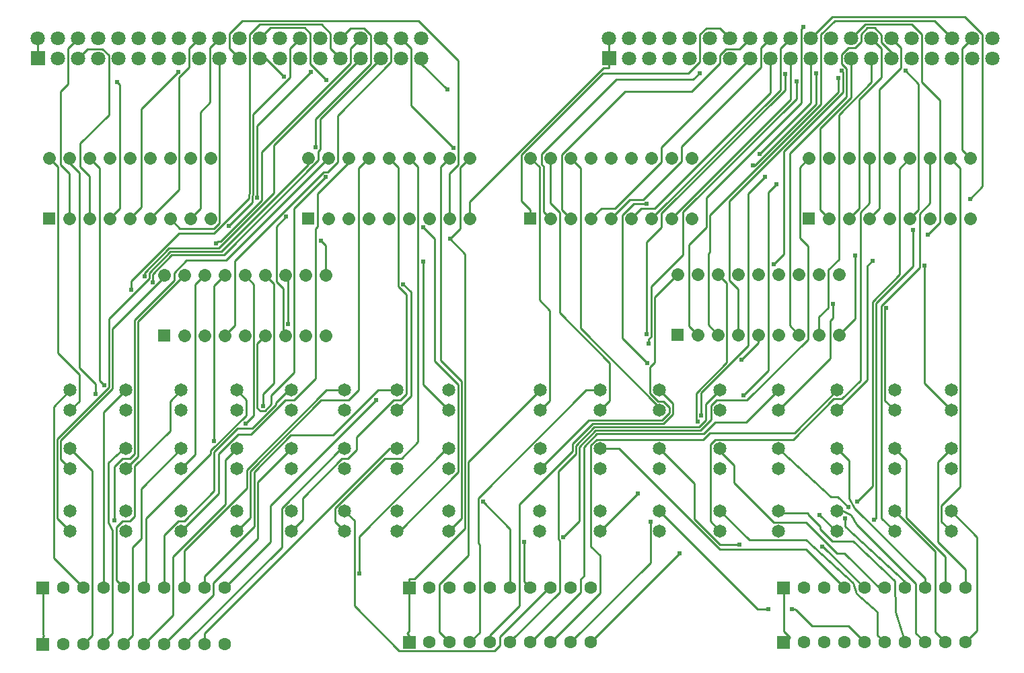
<source format=gbl>
G04 Layer: BottomLayer*
G04 EasyEDA v6.4.19.4, 2021-04-30T18:59:06+02:00*
G04 9f706370d961430f8c96474a389d8511,2e57c490b2cc43cca34809fe9e8c30bf,10*
G04 Gerber Generator version 0.2*
G04 Scale: 100 percent, Rotated: No, Reflected: No *
G04 Dimensions in millimeters *
G04 leading zeros omitted , absolute positions ,4 integer and 5 decimal *
%FSLAX45Y45*%
%MOMM*%

%ADD11C,0.2600*%
%ADD12C,0.6100*%
%ADD13C,0.6096*%
%ADD14R,1.6000X1.6000*%
%ADD16C,1.8000*%
%ADD17C,1.6510*%
%ADD18C,1.6000*%

%LPD*%
D11*
X5664200Y9245600D02*
G01*
X5791200Y9118600D01*
X5791200Y8393937D01*
X6323584Y7861554D01*
X10553700Y1696720D02*
G01*
X10477500Y1772920D01*
X10477500Y2324100D01*
X7289800Y7081520D02*
G01*
X7180579Y7190739D01*
X7180579Y7779512D01*
X8205215Y8804402D01*
X9280143Y8804402D01*
X9423400Y8947658D01*
X9423400Y9291320D01*
X9503918Y9371837D01*
X9678161Y9371837D01*
X9804400Y9245600D01*
X8280400Y8872474D02*
G01*
X8213343Y8872474D01*
X6527800Y7186929D01*
X6527800Y6972300D01*
X12255500Y2324100D02*
G01*
X12255500Y2443734D01*
X11370056Y3329178D01*
X11303000Y3454400D01*
X11303000Y3924300D01*
X11150600Y4076700D01*
X10414000Y3289300D02*
G01*
X10439400Y3263900D01*
X10782300Y3263900D01*
X10782300Y3251200D01*
X10934700Y3098800D01*
X10934700Y3060700D01*
X11087100Y2908300D01*
X11353800Y2908300D01*
X11874500Y2413000D01*
X11887200Y2019300D01*
X12001500Y1638300D01*
X12255500Y1638300D02*
G01*
X12141200Y1752600D01*
X12141200Y2374900D01*
X11391900Y3124200D01*
X11328400Y3238500D01*
X11226800Y3289300D01*
X11150600Y3289300D01*
X12001500Y2324100D02*
G01*
X12001500Y2400300D01*
X11252200Y3098800D01*
X11252200Y3200400D01*
X10445750Y4044950D02*
G01*
X11068050Y3473450D01*
X11156950Y3473450D01*
X11290300Y3340100D01*
X11290300Y3327400D01*
X9664700Y4051300D02*
G01*
X9849104Y3866895D01*
X9849104Y3649726D01*
X10349229Y3149600D01*
X10756900Y3149600D01*
X11150600Y2755900D01*
X11239500Y2755900D01*
X11709400Y2298700D01*
X11734800Y2298700D01*
X11493500Y2324100D02*
G01*
X10972800Y2844800D01*
X10960100Y2844800D01*
X6781800Y1638300D02*
G01*
X6781800Y1727200D01*
X7152893Y2098294D01*
X7152893Y3377692D01*
X7819390Y4044187D01*
X7819390Y4134104D01*
X8076184Y4390644D01*
X8965691Y4390644D01*
X9083293Y4508245D01*
X9083293Y4645405D01*
X8915400Y4813300D01*
X9918700Y2870200D02*
G01*
X9675873Y2870200D01*
X9352023Y3194050D01*
X9352023Y3640076D01*
X8915400Y4076700D01*
X8166100Y4076700D02*
G01*
X8406129Y4076700D01*
X9676129Y2806700D01*
X10756900Y2806700D01*
X11239500Y2324100D01*
X9677400Y3289300D02*
G01*
X10043159Y2923539D01*
X10754359Y2923539D01*
X11353800Y2387600D01*
X11391900Y2247900D01*
X11658600Y2019300D01*
X11658600Y1727200D01*
X11747500Y1638300D01*
X7543800Y2324100D02*
G01*
X7522972Y2324100D01*
X6908800Y1709928D01*
X6908800Y1600200D01*
X6837679Y1529079D01*
X5638800Y1529079D01*
X5073141Y2094737D01*
X5073141Y3169157D01*
X4953000Y3289300D01*
X1906015Y1620520D02*
G01*
X2033015Y1747520D01*
X2032000Y3048000D01*
X1981200Y3149600D01*
X1981200Y3898900D01*
X2185415Y4084320D01*
X1663700Y1612900D02*
G01*
X1778000Y1727200D01*
X1778000Y3797300D01*
X1498600Y4076700D01*
X11493500Y1638300D02*
G01*
X11288527Y1843280D01*
X10831327Y1843280D01*
X10627619Y2046988D01*
X10617205Y2057400D01*
X10579100Y2057400D01*
X10287000Y2057400D02*
G01*
X10147300Y2057400D01*
X8915400Y3289300D01*
X12509500Y1638300D02*
G01*
X12382500Y1765300D01*
X12382500Y2781300D01*
X11874500Y3289300D01*
X12763500Y1638300D02*
G01*
X12912341Y1787141D01*
X12912341Y2962653D01*
X12585700Y3289300D01*
X12509500Y2324100D02*
G01*
X12509500Y2714246D01*
X12016742Y3207004D01*
X12016742Y3934457D01*
X11874500Y4076700D01*
X12763500Y2324100D02*
G01*
X12763500Y2558542D01*
X12419073Y2902965D01*
X12419073Y3910073D01*
X12585700Y4076700D01*
X7416800Y4813300D02*
G01*
X6511800Y3908300D01*
X6511800Y2733799D01*
X6146800Y2368804D01*
X6146800Y1765300D01*
X6273800Y1638300D01*
X6527800Y1638300D02*
G01*
X6651749Y1762249D01*
X6651749Y2865630D01*
X6632450Y2884680D01*
X6632450Y3454145D01*
X7991858Y4813300D01*
X8166100Y4813300D01*
X9677400Y4813300D02*
G01*
X9499848Y4635754D01*
X9499848Y4437887D01*
X9410451Y4348479D01*
X8093707Y4348479D01*
X7861808Y4116580D01*
X7861808Y4010911D01*
X7642100Y3790950D01*
X7642100Y2936496D01*
X7656327Y2922015D01*
X7656327Y2268476D01*
X7035800Y1647949D01*
X7035800Y1638300D01*
X7289800Y1638300D02*
G01*
X7298184Y1638300D01*
X7924800Y2264915D01*
X7924800Y2433320D01*
X7961373Y2469895D01*
X7961373Y4096257D01*
X8128756Y4263900D01*
X9475215Y4263900D01*
X9617969Y4406645D01*
X10007351Y4406645D01*
X10414000Y4813300D01*
X7543800Y1638300D02*
G01*
X7548879Y1638300D01*
X8165084Y2254504D01*
X8165084Y2730245D01*
X8052048Y2843529D01*
X8052048Y4121150D01*
X8122158Y4191507D01*
X9467093Y4191507D01*
X9551664Y4276092D01*
X10613392Y4276092D01*
X11150600Y4813300D01*
X8802364Y3155950D02*
G01*
X8802364Y2642864D01*
X7797800Y1638300D01*
X9169400Y2755900D02*
G01*
X8051800Y1638300D01*
X7035800Y2324100D02*
G01*
X7035800Y3062478D01*
X6692391Y3405886D01*
X7289800Y2324100D02*
G01*
X7212584Y2401315D01*
X7212584Y2903220D01*
X2895600Y4076700D02*
G01*
X2393441Y3574542D01*
X2393441Y2941320D01*
X2286000Y2833880D01*
X2286000Y1727200D01*
X2171700Y1612900D01*
X2425700Y1612900D02*
G01*
X2794000Y1981200D01*
X2794000Y2718815D01*
X3451857Y3376929D01*
X3451857Y3934457D01*
X3594100Y4076700D01*
X4279900Y4076700D02*
G01*
X3855714Y3652520D01*
X3855714Y2941830D01*
X3302000Y2388107D01*
X3302000Y2235200D01*
X2679700Y1612900D01*
X2933700Y1612900D02*
G01*
X4158741Y2837942D01*
X4158741Y3326384D01*
X4909306Y4076700D01*
X4953000Y4076700D01*
X3187700Y1612900D02*
G01*
X3187700Y1749808D01*
X5514591Y4076700D01*
X5613400Y4076700D01*
X5132831Y2501137D02*
G01*
X5132831Y2973323D01*
X6236208Y4076700D01*
X6261100Y4076700D01*
X5348734Y4689350D02*
G01*
X4022341Y3363211D01*
X4022341Y2904741D01*
X3441700Y2324100D01*
X5613400Y4813300D02*
G01*
X5375658Y4813300D01*
X4808476Y4246115D01*
X4276849Y4246115D01*
X3813299Y3782565D01*
X3813299Y3096511D01*
X3187700Y2470912D01*
X3187700Y2324100D01*
X2933700Y2324100D02*
G01*
X2933700Y2790192D01*
X3721608Y3578100D01*
X3721608Y3810254D01*
X4724400Y4813300D01*
X4953000Y4813300D01*
X4279900Y4813300D02*
G01*
X4251708Y4813300D01*
X4088643Y4650488D01*
X4088643Y4631184D01*
X3786634Y4329173D01*
X3607308Y4329173D01*
X3311908Y4033776D01*
X3311908Y3542284D01*
X2931665Y3162300D01*
X2859534Y3162300D01*
X2679700Y2982465D01*
X2679700Y2324100D01*
X2425700Y2324100D02*
G01*
X2455415Y2353815D01*
X2455415Y3199384D01*
X3269493Y4013454D01*
X3269493Y4051300D01*
X3716014Y4497834D01*
X3716014Y4691379D01*
X3594100Y4813300D01*
X2171700Y2324100D02*
G01*
X2079500Y2416299D01*
X2079500Y3089150D01*
X2152401Y3162300D01*
X2246373Y3162300D01*
X2308857Y3224784D01*
X2308857Y3857749D01*
X2753357Y4302249D01*
X2753357Y4671057D01*
X2895600Y4813300D01*
X1917700Y2324100D02*
G01*
X1917700Y4533900D01*
X2197100Y4813300D01*
X1663700Y2324100D02*
G01*
X1289557Y2698242D01*
X1289557Y4604257D01*
X1498600Y4813300D01*
X5918200Y8991600D02*
G01*
X5918200Y8923781D01*
X6242304Y8599678D01*
X4902200Y8991600D02*
G01*
X4775200Y9118600D01*
X4775200Y9304020D01*
X4660900Y9418320D01*
X3880611Y9418320D01*
X3759200Y9296908D01*
X3759200Y7289800D01*
X3748531Y7279131D01*
X3748531Y7224776D01*
X3311906Y6788150D01*
X2869945Y6788150D01*
X2266188Y6184392D01*
X2266188Y6078981D01*
X5156200Y8991600D02*
G01*
X4063745Y7899145D01*
X4063745Y7297420D01*
X3366261Y6599936D01*
X2741422Y6599936D01*
X2432811Y6291326D01*
X2432811Y6242304D01*
X5410200Y8991600D02*
G01*
X4644643Y8225789D01*
X4644643Y7845044D01*
X4622800Y7823454D01*
X4622800Y7706868D01*
X3431286Y6515354D01*
X2776474Y6515354D01*
X2534920Y6273545D01*
X2534920Y6174994D01*
X2533395Y6173470D01*
X3441700Y5499100D02*
G01*
X3568700Y5626100D01*
X3568700Y6443218D01*
X4686554Y7561071D01*
X4738877Y7561071D01*
X4863591Y7686039D01*
X4863591Y8271763D01*
X5537200Y8945371D01*
X5537200Y9118600D01*
X5410200Y9245600D01*
X3332988Y6662420D02*
G01*
X3354577Y6684263D01*
X3354577Y6684263D01*
X3388868Y6684263D01*
X3910329Y7205726D01*
X3910329Y7815579D01*
X5029200Y8934450D01*
X5029200Y9118600D01*
X5156200Y9245600D01*
X4902200Y9245600D02*
G01*
X5029200Y9372600D01*
X5198618Y9372600D01*
X5283200Y9288018D01*
X5283200Y8924544D01*
X4584700Y8226044D01*
X4584700Y7869936D01*
X4711191Y7501381D02*
G01*
X4314952Y7104887D01*
X4314952Y5031486D01*
X4031488Y4748276D01*
X4031488Y4633976D01*
X3948429Y4550918D01*
X3888740Y4550918D01*
X3852418Y4586986D01*
X3852418Y5401818D01*
X3949700Y5499100D01*
X3850640Y7236968D02*
G01*
X3850640Y8146287D01*
X4527804Y8823452D01*
X4203700Y5499100D02*
G01*
X4179061Y5523737D01*
X4179061Y6095492D01*
X4092702Y6182105D01*
X4092702Y6877050D01*
X4216654Y7001002D01*
X3496056Y6882892D02*
G01*
X3790950Y7177531D01*
X3790950Y7261605D01*
X3801618Y7272273D01*
X3801618Y8282686D01*
X4267200Y8748521D01*
X4267200Y9118600D01*
X4394200Y9245600D01*
X2679700Y6261100D02*
G01*
X2679700Y6235192D01*
X2028443Y5583936D01*
X2028443Y4831842D01*
X1374139Y4177792D01*
X1374139Y3947160D01*
X1498600Y3822700D01*
X2933700Y6261100D02*
G01*
X2351277Y5678678D01*
X2351277Y3976878D01*
X2197100Y3822700D01*
X4238752Y5641847D02*
G01*
X4238752Y6226047D01*
X4203700Y6261100D01*
X3926331Y4613402D02*
G01*
X3926331Y4765802D01*
X4060952Y4900421D01*
X4060952Y6149847D01*
X3949700Y6261100D01*
X3695700Y6261100D02*
G01*
X3808475Y6148323D01*
X3808475Y4492497D01*
X3709415Y4393184D01*
X3308858Y4175252D02*
G01*
X3308858Y6128257D01*
X3441700Y6261100D01*
X3187700Y6261100D02*
G01*
X3072638Y6146037D01*
X3072638Y3999737D01*
X2895600Y3822700D01*
X11328400Y9245600D02*
G01*
X11504929Y9421876D01*
X12087097Y9421876D01*
X12217400Y9291574D01*
X12217400Y8689086D01*
X12442697Y8463787D01*
X12442697Y6922008D01*
X12292329Y6771639D01*
X11328400Y8991600D02*
G01*
X11328400Y8499094D01*
X10939525Y8110220D01*
X10939525Y7081773D01*
X11049000Y6972300D01*
X11582400Y9245600D02*
G01*
X11709400Y9118600D01*
X11709400Y8756395D01*
X11430000Y8476995D01*
X11430000Y7099300D01*
X11303000Y6972300D01*
X11557000Y6972300D02*
G01*
X11684000Y7099300D01*
X11684000Y8599678D01*
X11956034Y8871712D01*
X11956034Y9125965D01*
X11836400Y9245600D01*
X10085577Y7645654D02*
G01*
X10116058Y7645654D01*
X10885170Y8414765D01*
X10885170Y8799068D01*
X12065000Y6972300D02*
G01*
X12174981Y7082281D01*
X12174981Y8671560D01*
X12007595Y8838945D01*
X10820400Y8991600D02*
G01*
X10820400Y8434578D01*
X10172445Y7786623D01*
X10820400Y9245600D02*
G01*
X11088877Y9514078D01*
X12758420Y9514078D01*
X12979400Y9293097D01*
X12979400Y7377937D01*
X12820395Y7218934D01*
X10795000Y7734300D02*
G01*
X10681715Y7621015D01*
X10681715Y6729476D01*
X10781538Y6629654D01*
X10781538Y5453126D01*
X10014965Y4686300D01*
X9629140Y4686300D01*
X9562845Y4620005D01*
X9562845Y4440936D01*
X9427972Y4306062D01*
X8111236Y4306062D01*
X7903972Y4099052D01*
X7903972Y3163570D01*
X7701788Y2961386D01*
X8166100Y3035300D02*
G01*
X8643874Y3513073D01*
X9440163Y4489957D02*
G01*
X9440163Y4780026D01*
X10032745Y5372607D01*
X10032745Y7287260D01*
X10243820Y7498334D01*
X12585700Y3035300D02*
G01*
X12461240Y3159760D01*
X12461240Y3358895D01*
X12700000Y3597655D01*
X12700000Y7607300D01*
X12573000Y7734300D01*
X12319000Y7734300D02*
G01*
X12319000Y7166355D01*
X12188952Y7036562D01*
X12188952Y6353555D01*
X11707875Y5872226D01*
X11707875Y3201923D01*
X11874500Y3035300D01*
X11150600Y3035300D02*
G01*
X11140693Y3035300D01*
X10930890Y3244850D01*
X11397995Y3411981D02*
G01*
X11593068Y3607054D01*
X11593068Y5927597D01*
X11933936Y6268465D01*
X11933936Y7603236D01*
X12065000Y7734300D01*
X12103608Y6834378D02*
G01*
X12103608Y6374637D01*
X11635486Y5906515D01*
X11635486Y3202178D01*
X11610593Y3177286D01*
X11557000Y7734300D02*
G01*
X11557000Y7166355D01*
X11440922Y7050278D01*
X11440922Y4936489D01*
X11205718Y4701286D01*
X11104625Y4701286D01*
X10594847Y4191507D01*
X9616693Y4191507D01*
X9552177Y4126737D01*
X9552177Y3160521D01*
X9677400Y3035300D01*
X10387329Y7404608D02*
G01*
X10287000Y7304278D01*
X10287000Y5061712D01*
X9974325Y4749037D01*
X10494772Y8794495D02*
G01*
X10494772Y8593328D01*
X8940800Y7039610D01*
X8940800Y6863079D01*
X8753602Y6675881D01*
X8753602Y5514847D01*
X9398000Y5511800D02*
G01*
X9287002Y5622797D01*
X9287002Y6648195D01*
X9505188Y6866636D01*
X9505188Y7238745D01*
X10701020Y8434324D01*
X10701020Y9364726D01*
X10722102Y9386062D01*
X12598400Y9245600D02*
G01*
X12379706Y9464294D01*
X11121390Y9464294D01*
X10947400Y9290304D01*
X10947400Y8417305D01*
X9547606Y7017512D01*
X9547606Y6554470D01*
X9526524Y6533387D01*
X9526524Y5637276D01*
X9652000Y5511800D01*
X11165331Y8747760D02*
G01*
X11165331Y8566150D01*
X9795002Y7195820D01*
X9795002Y6194805D01*
X9906000Y6083554D01*
X9906000Y5511800D01*
X10160000Y5511800D02*
G01*
X10160000Y5411215D01*
X9942068Y5193029D01*
X8776461Y5402579D02*
G01*
X8776461Y5453379D01*
X8776461Y5453379D01*
X8813291Y5490210D01*
X8813291Y6118605D01*
X9210802Y6516115D01*
X9210802Y7055612D01*
X10640059Y8484615D01*
X10640059Y8701786D01*
X10351261Y6395465D02*
G01*
X10479024Y6523228D01*
X10479024Y7820152D01*
X11225022Y8566150D01*
X11225022Y8822689D01*
X11206988Y8840724D01*
X11836400Y8991600D02*
G01*
X11836400Y9064244D01*
X11709400Y9191244D01*
X11709400Y9287255D01*
X11621770Y9374886D01*
X11532361Y9374886D01*
X11455400Y9297924D01*
X11455400Y9202674D01*
X11379200Y9126220D01*
X11293093Y9126220D01*
X11209274Y9042400D01*
X11209274Y8923274D01*
X11267440Y8865108D01*
X11267440Y8506713D01*
X10555731Y7795005D01*
X10555731Y5624068D01*
X10668000Y5511800D01*
X10922000Y5511800D02*
G01*
X10922000Y5734304D01*
X11039347Y5851652D01*
X11039347Y6327139D01*
X11172697Y6460489D01*
X11172697Y8279384D01*
X11582400Y8689086D01*
X11582400Y8991600D01*
X9144000Y6273800D02*
G01*
X8855709Y5985510D01*
X8855709Y5163565D01*
X8794495Y5102352D01*
X8794495Y4775962D01*
X8899397Y4671313D01*
X8964929Y4671313D01*
X9040875Y4595368D01*
X9040875Y4525771D01*
X8948165Y4433062D01*
X8027161Y4433062D01*
X7416800Y3822700D01*
X9652000Y6273800D02*
G01*
X9763252Y6162547D01*
X9763252Y5162804D01*
X9376663Y4776470D01*
X9376663Y4441697D01*
X9398000Y4420615D01*
X7289800Y6972300D02*
G01*
X7289800Y7081520D01*
X9417304Y8804147D02*
G01*
X9339834Y8726678D01*
X8371331Y8726678D01*
X7430770Y7786115D01*
X7430770Y7657592D01*
X7457947Y7630413D01*
X7457947Y7058152D01*
X7543800Y6972300D01*
X10058400Y9245600D02*
G01*
X9923779Y9110726D01*
X9753600Y9110726D01*
X9677400Y9034526D01*
X9677400Y8933179D01*
X9323070Y8578850D01*
X8484870Y8578850D01*
X7683245Y7777479D01*
X7683245Y7086854D01*
X7797800Y6972300D01*
X10058400Y8991600D02*
G01*
X8940800Y7874000D01*
X8940800Y7687563D01*
X8356600Y7103110D01*
X8182863Y7103110D01*
X8051800Y6972300D01*
X10312400Y9245600D02*
G01*
X10193274Y9126220D01*
X10193274Y8878315D01*
X9194800Y7880095D01*
X9194800Y7693405D01*
X8709913Y7208520D01*
X8542020Y7208520D01*
X8305800Y6972300D01*
X10312400Y8991600D02*
G01*
X10312400Y8554465D01*
X8856979Y7099045D01*
X8686545Y7099045D01*
X8559800Y6972300D01*
X8813800Y6972300D02*
G01*
X10434827Y8593328D01*
X10434827Y9114028D01*
X10566400Y9245600D01*
X9067800Y6972300D02*
G01*
X10566400Y8470900D01*
X10566400Y8991600D01*
X7416800Y4559300D02*
G01*
X7535925Y4678426D01*
X7535925Y5818378D01*
X7401813Y5952489D01*
X7401813Y7622286D01*
X7289800Y7734300D01*
X8166100Y4559300D02*
G01*
X8284463Y4677663D01*
X8284463Y5157723D01*
X7655813Y5786120D01*
X7655813Y7054342D01*
X7543800Y7166355D01*
X7543800Y7734300D01*
X12585700Y4559300D02*
G01*
X12248895Y4896104D01*
X12248895Y6377939D01*
X11874500Y4559300D02*
G01*
X11750040Y4683760D01*
X11750040Y5825997D01*
X11768581Y5844539D01*
X11593068Y6439662D02*
G01*
X11532108Y6378447D01*
X11532108Y4940807D01*
X11150600Y4559300D01*
X10414000Y4559300D02*
G01*
X11063986Y5209286D01*
X11063986Y5688076D01*
X11099038Y5723128D01*
X11099038Y5895847D01*
X8762491Y5154929D02*
G01*
X8447024Y5470397D01*
X8447024Y7015226D01*
X8592058Y7160260D01*
X8747759Y7160260D01*
X8747759Y7160260D01*
X8915400Y4559300D02*
G01*
X8915400Y4593589D01*
X7918704Y5590286D01*
X7918704Y7613395D01*
X7797800Y7734300D01*
X3886200Y9245600D02*
G01*
X4016756Y9376155D01*
X4450588Y9376155D01*
X4521200Y9305544D01*
X4521200Y8921495D01*
X4723384Y8719312D01*
X4191000Y8759444D02*
G01*
X3959097Y8991600D01*
X3886200Y8991600D01*
X6273800Y6972300D02*
G01*
X6273800Y7540244D01*
X6385052Y7651242D01*
X6385052Y8965184D01*
X5885179Y9464802D01*
X3663441Y9464802D01*
X3505200Y9306560D01*
X3505200Y9118600D01*
X3632200Y8991600D01*
X4495800Y7734300D02*
G01*
X4495800Y7650226D01*
X3403091Y6557518D01*
X2758947Y6557518D01*
X2492502Y6291071D01*
X2492502Y6217665D01*
X1986279Y5711189D01*
X1986025Y5711189D01*
X1986025Y4849368D01*
X1331976Y4195318D01*
X1331976Y3201923D01*
X1498600Y3035300D01*
X2057400Y3175000D02*
G01*
X2057400Y3853185D01*
X2153914Y3949700D01*
X2246373Y3949700D01*
X2308857Y4012184D01*
X2308857Y5696204D01*
X2806700Y6194046D01*
X2806700Y6291834D01*
X2961380Y6446520D01*
X3462014Y6446520D01*
X4749800Y7734300D01*
X6273800Y7734300D02*
G01*
X6162802Y7623302D01*
X6162802Y5185918D01*
X6427215Y4921504D01*
X6427215Y3201415D01*
X6261100Y3035300D01*
X5613400Y3035300D02*
G01*
X5641593Y3035300D01*
X6384797Y3778757D01*
X6384797Y4882895D01*
X6086602Y5181092D01*
X6086602Y6719823D01*
X5941568Y6865112D01*
X4953000Y3035300D02*
G01*
X4833111Y3155187D01*
X4833111Y3328415D01*
X5460491Y3955542D01*
X5669788Y3955542D01*
X5877052Y4162805D01*
X5877052Y7623047D01*
X5765800Y7734300D01*
X4279900Y3035300D02*
G01*
X4422140Y3177539D01*
X4422140Y3455162D01*
X4915661Y3948684D01*
X4990338Y3948684D01*
X5102352Y4060697D01*
X5102352Y4221987D01*
X5566663Y4686300D01*
X5655563Y4686300D01*
X5733288Y4763770D01*
X5733288Y6019800D01*
X5630925Y6122162D01*
X5630925Y7615173D01*
X5511800Y7734300D01*
X3594100Y3035300D02*
G01*
X3763772Y3204971D01*
X3763772Y3792728D01*
X4657343Y4686300D01*
X4999736Y4686300D01*
X5130800Y4817618D01*
X5130800Y7607300D01*
X5257800Y7734300D01*
X5003800Y7734300D02*
G01*
X5003800Y7674355D01*
X4614418Y7284973D01*
X4614418Y6873494D01*
X4589272Y6848347D01*
X4589272Y4962144D01*
X4313427Y4686300D01*
X4203445Y4686300D01*
X4203445Y4686300D01*
X3769868Y4252468D01*
X3608324Y4252468D01*
X3369056Y4013200D01*
X3369056Y3508755D01*
X2895600Y3035300D01*
X1485900Y6972300D02*
G01*
X1485900Y7540244D01*
X1373886Y7652258D01*
X1373886Y8570976D01*
X1473200Y8670544D01*
X1473200Y9118600D01*
X1600200Y9245600D01*
X1600200Y8991600D02*
G01*
X1719579Y9110726D01*
X1905000Y9110726D01*
X1987295Y9028429D01*
X1987295Y8280908D01*
X1625345Y7918958D01*
X1625345Y7624826D01*
X1739900Y7510271D01*
X1739900Y6972300D01*
X2084577Y8693404D02*
G01*
X2120900Y8657081D01*
X2120900Y7099300D01*
X1993900Y6972300D01*
X2859531Y8822436D02*
G01*
X2392679Y8355837D01*
X2392679Y7117079D01*
X2247900Y6972300D01*
X3124200Y9245600D02*
G01*
X2997200Y9118600D01*
X2997200Y8875776D01*
X2869691Y8748268D01*
X2869691Y7340092D01*
X2501900Y6972300D01*
X3378200Y8991600D02*
G01*
X3378200Y6917181D01*
X3310890Y6849871D01*
X2878327Y6849871D01*
X2755900Y6972300D01*
X3378200Y9245600D02*
G01*
X3259074Y9126220D01*
X3259074Y8437879D01*
X3136900Y8315705D01*
X3136900Y7099300D01*
X3009900Y6972300D01*
X1498600Y4559300D02*
G01*
X1612900Y4673600D01*
X1612900Y5013452D01*
X1343913Y5282437D01*
X1343913Y7622286D01*
X1231900Y7734300D01*
X1485900Y7734300D02*
G01*
X1485900Y7674355D01*
X1612900Y7547355D01*
X1612900Y5094478D01*
X1817115Y4890515D01*
X1817115Y4768595D01*
X8280400Y9245600D02*
G01*
X8280400Y8991600D01*
X8280400Y8991600D02*
G01*
X8280400Y8872474D01*
X11176000Y5511800D02*
G01*
X11376659Y5712460D01*
X11376659Y6509257D01*
X1092200Y8991600D02*
G01*
X1092200Y9245600D01*
X10477500Y1638300D02*
G01*
X10495279Y1638300D01*
X10553700Y1696720D01*
X5765800Y1638300D02*
G01*
X5765800Y1722120D01*
X5740400Y1747520D01*
X1168400Y1722120D02*
G01*
X1155700Y1734820D01*
X1155700Y2324100D01*
X1155700Y1612900D02*
G01*
X1155700Y1709420D01*
X1168400Y1722120D01*
X12852400Y9245600D02*
G01*
X12725400Y9118600D01*
X12725400Y7835900D01*
X12827000Y7734300D01*
X5740400Y1747520D02*
G01*
X5765800Y1772920D01*
X5765800Y2324100D01*
X5765800Y2324100D02*
G01*
X5765800Y2433320D01*
X4711700Y6261100D02*
G01*
X4711700Y6634987D01*
X4652263Y6694423D01*
X6527800Y7734300D02*
G01*
X6407404Y7613904D01*
X6407404Y6845808D01*
X6280404Y6718808D01*
X6280404Y6718808D02*
G01*
X6469379Y6529831D01*
X6469379Y3073654D01*
X5829045Y2433320D01*
X5765800Y2433320D01*
X5938265Y6433565D02*
G01*
X5938265Y4882134D01*
X6261100Y4559300D01*
X5690615Y6146800D02*
G01*
X5789675Y6047994D01*
X5789675Y4735576D01*
X5613400Y4559300D01*
X1739900Y7734300D02*
G01*
X1866900Y7607300D01*
X1866900Y4933695D01*
X1926336Y4874260D01*
D14*
G01*
X1231900Y6972300D03*
G01*
X4495800Y6972300D03*
G01*
X7289800Y6972300D03*
G01*
X9144000Y5511800D03*
G01*
X10795000Y6972300D03*
G01*
X2679700Y5499100D03*
G36*
X1002200Y9081599D02*
G01*
X1182199Y9081599D01*
X1182199Y8901600D01*
X1002200Y8901600D01*
G37*
D16*
G01*
X1092200Y9245600D03*
G01*
X1346200Y8991600D03*
G01*
X1346200Y9245600D03*
G01*
X1600200Y8991600D03*
G01*
X1600200Y9245600D03*
G01*
X1854200Y8991600D03*
G01*
X1854200Y9245600D03*
G01*
X2108200Y8991600D03*
G01*
X2108200Y9245600D03*
G01*
X2362200Y8991600D03*
G01*
X2362200Y9245600D03*
G01*
X2616200Y8991600D03*
G01*
X2616200Y9245600D03*
G01*
X2870200Y8991600D03*
G01*
X2870200Y9245600D03*
G01*
X3124200Y8991600D03*
G01*
X3124200Y9245600D03*
G01*
X3378200Y8991600D03*
G01*
X3378200Y9245600D03*
G01*
X3632200Y8991600D03*
G01*
X3632200Y9245600D03*
G01*
X3886200Y8991600D03*
G01*
X3886200Y9245600D03*
G01*
X4140200Y8991600D03*
G01*
X4140200Y9245600D03*
G01*
X4394200Y8991600D03*
G01*
X4394200Y9245600D03*
G01*
X4648200Y8991600D03*
G01*
X4648200Y9245600D03*
G01*
X4902200Y8991600D03*
G01*
X4902200Y9245600D03*
G01*
X5156200Y8991600D03*
G01*
X5156200Y9245600D03*
G01*
X5410200Y8991600D03*
G01*
X5410200Y9245600D03*
G01*
X5664200Y8991600D03*
G01*
X5664200Y9245600D03*
G01*
X5918200Y8991600D03*
G01*
X5918200Y9245600D03*
G36*
X8190400Y9081599D02*
G01*
X8370399Y9081599D01*
X8370399Y8901600D01*
X8190400Y8901600D01*
G37*
G01*
X8280400Y9245600D03*
G01*
X8534400Y8991600D03*
G01*
X8534400Y9245600D03*
G01*
X8788400Y8991600D03*
G01*
X8788400Y9245600D03*
G01*
X9042400Y8991600D03*
G01*
X9042400Y9245600D03*
G01*
X9296400Y8991600D03*
G01*
X9296400Y9245600D03*
G01*
X9550400Y8991600D03*
G01*
X9550400Y9245600D03*
G01*
X9804400Y8991600D03*
G01*
X9804400Y9245600D03*
G01*
X10058400Y8991600D03*
G01*
X10058400Y9245600D03*
G01*
X10312400Y8991600D03*
G01*
X10312400Y9245600D03*
G01*
X10566400Y8991600D03*
G01*
X10566400Y9245600D03*
G01*
X10820400Y8991600D03*
G01*
X10820400Y9245600D03*
G01*
X11074400Y8991600D03*
G01*
X11074400Y9245600D03*
G01*
X11328400Y8991600D03*
G01*
X11328400Y9245600D03*
G01*
X11582400Y8991600D03*
G01*
X11582400Y9245600D03*
G01*
X11836400Y8991600D03*
G01*
X11836400Y9245600D03*
G01*
X12090400Y8991600D03*
G01*
X12090400Y9245600D03*
G01*
X12344400Y8991600D03*
G01*
X12344400Y9245600D03*
G01*
X12598400Y8991600D03*
G01*
X12598400Y9245600D03*
G01*
X12852400Y8991600D03*
G01*
X12852400Y9245600D03*
G01*
X13106400Y8991600D03*
G01*
X13106400Y9245600D03*
D17*
G01*
X1498600Y4813300D03*
G01*
X1498600Y4559300D03*
G01*
X2197100Y4813300D03*
G01*
X2197100Y4559300D03*
G01*
X2895600Y4813300D03*
G01*
X2895600Y4559300D03*
G01*
X3594100Y4813300D03*
G01*
X3594100Y4559300D03*
G01*
X4279900Y4813300D03*
G01*
X4279900Y4559300D03*
G01*
X4953000Y4813300D03*
G01*
X4953000Y4559300D03*
G01*
X5613400Y4813300D03*
G01*
X5613400Y4559300D03*
G01*
X6261100Y4813300D03*
G01*
X6261100Y4559300D03*
G01*
X6261100Y4076700D03*
G01*
X6261100Y3822700D03*
G01*
X5613400Y4076700D03*
G01*
X5613400Y3822700D03*
G01*
X4953000Y4076700D03*
G01*
X4953000Y3822700D03*
G01*
X4279900Y4076700D03*
G01*
X4279900Y3822700D03*
G01*
X3594100Y4076700D03*
G01*
X3594100Y3822700D03*
G01*
X2895600Y4076700D03*
G01*
X2895600Y3822700D03*
G01*
X2197100Y4076700D03*
G01*
X2197100Y3822700D03*
G01*
X1498600Y4076700D03*
G01*
X1498600Y3822700D03*
G01*
X6261100Y3289300D03*
G01*
X6261100Y3035300D03*
G01*
X5613400Y3289300D03*
G01*
X5613400Y3035300D03*
G01*
X4953000Y3289300D03*
G01*
X4953000Y3035300D03*
G01*
X4279900Y3289300D03*
G01*
X4279900Y3035300D03*
G01*
X3594100Y3289300D03*
G01*
X3594100Y3035300D03*
G01*
X2895600Y3289300D03*
G01*
X2895600Y3035300D03*
G01*
X2197100Y3289300D03*
G01*
X2197100Y3035300D03*
G01*
X1498600Y3289300D03*
G01*
X1498600Y3035300D03*
G01*
X12585700Y4813300D03*
G01*
X12585700Y4559300D03*
G01*
X11874500Y4813300D03*
G01*
X11874500Y4559300D03*
G01*
X11150600Y4813300D03*
G01*
X11150600Y4559300D03*
G01*
X10414000Y4813300D03*
G01*
X10414000Y4559300D03*
G01*
X9677400Y4813300D03*
G01*
X9677400Y4559300D03*
G01*
X8915400Y4813300D03*
G01*
X8915400Y4559300D03*
G01*
X8166100Y4813300D03*
G01*
X8166100Y4559300D03*
G01*
X7416800Y4813300D03*
G01*
X7416800Y4559300D03*
G01*
X12585700Y4076700D03*
G01*
X12585700Y3822700D03*
G01*
X11874500Y4076700D03*
G01*
X11874500Y3822700D03*
G01*
X11150600Y4076700D03*
G01*
X11150600Y3822700D03*
G01*
X10414000Y4076700D03*
G01*
X10414000Y3822700D03*
G01*
X9677400Y4076700D03*
G01*
X9677400Y3822700D03*
G01*
X8915400Y4076700D03*
G01*
X8915400Y3822700D03*
G01*
X8166100Y4076700D03*
G01*
X8166100Y3822700D03*
G01*
X7416800Y4076700D03*
G01*
X7416800Y3822700D03*
G01*
X12585700Y3289300D03*
G01*
X12585700Y3035300D03*
G01*
X11874500Y3289300D03*
G01*
X11874500Y3035300D03*
G01*
X11150600Y3289300D03*
G01*
X11150600Y3035300D03*
G01*
X10414000Y3289300D03*
G01*
X10414000Y3035300D03*
G01*
X9677400Y3289300D03*
G01*
X9677400Y3035300D03*
G01*
X8915400Y3289300D03*
G01*
X8915400Y3035300D03*
G01*
X8166100Y3289300D03*
G01*
X8166100Y3035300D03*
G01*
X7404100Y3289300D03*
G01*
X7404100Y3035300D03*
D18*
G01*
X3187700Y2324100D03*
G01*
X2933700Y2324100D03*
G01*
X2679700Y2324100D03*
G01*
X2425700Y2324100D03*
G01*
X2171700Y2324100D03*
G01*
X1917700Y2324100D03*
G01*
X1663700Y2324100D03*
G01*
X1409700Y2324100D03*
G36*
X1075700Y2404099D02*
G01*
X1235699Y2404099D01*
X1235699Y2244100D01*
X1075700Y2244100D01*
G37*
G01*
X3441700Y2324100D03*
G01*
X3187700Y1612900D03*
G01*
X2933700Y1612900D03*
G01*
X2679700Y1612900D03*
G01*
X2425700Y1612900D03*
G01*
X2171700Y1612900D03*
G01*
X1917700Y1612900D03*
G01*
X1663700Y1612900D03*
G01*
X1409700Y1612900D03*
G36*
X1075700Y1692899D02*
G01*
X1235699Y1692899D01*
X1235699Y1532900D01*
X1075700Y1532900D01*
G37*
G01*
X3441700Y1612900D03*
G01*
X7797800Y2324100D03*
G01*
X7543800Y2324100D03*
G01*
X7289800Y2324100D03*
G01*
X7035800Y2324100D03*
G01*
X6781800Y2324100D03*
G01*
X6527800Y2324100D03*
G01*
X6273800Y2324100D03*
G01*
X6019800Y2324100D03*
G36*
X5685800Y2404099D02*
G01*
X5845799Y2404099D01*
X5845799Y2244100D01*
X5685800Y2244100D01*
G37*
G01*
X8051800Y2324100D03*
G01*
X7797800Y1638300D03*
G01*
X7543800Y1638300D03*
G01*
X7289800Y1638300D03*
G01*
X7035800Y1638300D03*
G01*
X6781800Y1638300D03*
G01*
X6527800Y1638300D03*
G01*
X6273800Y1638300D03*
G01*
X6019800Y1638300D03*
G36*
X5685800Y1718299D02*
G01*
X5845799Y1718299D01*
X5845799Y1558300D01*
X5685800Y1558300D01*
G37*
G01*
X8051800Y1638300D03*
G01*
X12509500Y2324100D03*
G01*
X12255500Y2324100D03*
G01*
X12001500Y2324100D03*
G01*
X11747500Y2324100D03*
G01*
X11493500Y2324100D03*
G01*
X11239500Y2324100D03*
G01*
X10985500Y2324100D03*
G01*
X10731500Y2324100D03*
G36*
X10397500Y2404099D02*
G01*
X10557499Y2404099D01*
X10557499Y2244100D01*
X10397500Y2244100D01*
G37*
G01*
X12763500Y2324100D03*
G01*
X12509500Y1638300D03*
G01*
X12255500Y1638300D03*
G01*
X12001500Y1638300D03*
G01*
X11747500Y1638300D03*
G01*
X11493500Y1638300D03*
G01*
X11239500Y1638300D03*
G01*
X10985500Y1638300D03*
G01*
X10731500Y1638300D03*
G36*
X10397500Y1718299D02*
G01*
X10557499Y1718299D01*
X10557499Y1558300D01*
X10397500Y1558300D01*
G37*
G01*
X12763500Y1638300D03*
D12*
G01*
X8802370Y3155950D03*
G01*
X9169400Y2755900D03*
G01*
X6692391Y3405886D03*
G01*
X7212584Y2903220D03*
G01*
X5132831Y2501137D03*
G01*
X5348731Y4689347D03*
G01*
X6242304Y8599678D03*
G01*
X2266188Y6078981D03*
G01*
X2432811Y6242304D03*
G01*
X2533395Y6173470D03*
G01*
X3332988Y6662420D03*
G01*
X4584700Y7869936D03*
G01*
X4711191Y7501381D03*
G01*
X4527804Y8823452D03*
G01*
X3850640Y7236968D03*
G01*
X4216654Y7001002D03*
G01*
X3496056Y6882892D03*
G01*
X4238752Y5641847D03*
G01*
X3926331Y4613402D03*
G01*
X3709415Y4393184D03*
G01*
X3308858Y4175252D03*
G01*
X12292329Y6771639D03*
G01*
X10885170Y8799068D03*
G01*
X10085577Y7645654D03*
G01*
X12007595Y8838945D03*
G01*
X10172445Y7786623D03*
G01*
X12820395Y7218934D03*
G01*
X7701788Y2961386D03*
G01*
X8643874Y3513073D03*
G01*
X9440163Y4489957D03*
G01*
X10243820Y7498334D03*
G01*
X10930890Y3244850D03*
G01*
X11397995Y3411981D03*
G01*
X12103608Y6834378D03*
G01*
X11610593Y3177286D03*
G01*
X9974325Y4749037D03*
G01*
X10387329Y7404608D03*
G01*
X10494772Y8794495D03*
G01*
X8753602Y5514847D03*
G01*
X10722102Y9386062D03*
G01*
X11165331Y8747760D03*
G01*
X10640059Y8701786D03*
G01*
X8776461Y5402579D03*
G01*
X9942068Y5193029D03*
G01*
X11206988Y8840724D03*
G01*
X10351261Y6395465D03*
G01*
X9398000Y4420615D03*
G01*
X9417304Y8804147D03*
G01*
X12248895Y6377939D03*
G01*
X11768581Y5844539D03*
G01*
X11593068Y6439662D03*
G01*
X11099038Y5895847D03*
G01*
X8762491Y5154929D03*
G01*
X8747759Y7160260D03*
G01*
X4723384Y8719312D03*
G01*
X4191000Y8759444D03*
G01*
X2057400Y3175000D03*
G01*
X5941568Y6865112D03*
G01*
X2084577Y8693404D03*
G01*
X2859531Y8822436D03*
G01*
X1817115Y4768595D03*
G01*
X11376659Y6509257D03*
G01*
X6323584Y7861554D03*
G01*
X4652263Y6694423D03*
G01*
X6280404Y6718808D03*
G01*
X5938265Y6433565D03*
G01*
X5690615Y6146800D03*
G01*
X1926336Y4874260D03*
D13*
G01*
X10287000Y2057400D03*
G01*
X10579100Y2057400D03*
G01*
X9918700Y2870200D03*
G01*
X10960100Y2844800D03*
G01*
X11290300Y3340100D03*
G01*
X11252200Y3200400D03*
D18*
X1739900Y7734300D02*
G01*
X1739900Y7734300D01*
X1993900Y7734300D02*
G01*
X1993900Y7734300D01*
X2247900Y7734300D02*
G01*
X2247900Y7734300D01*
X2501900Y7734300D02*
G01*
X2501900Y7734300D01*
X2755900Y7734300D02*
G01*
X2755900Y7734300D01*
X3009900Y7734300D02*
G01*
X3009900Y7734300D01*
X3263900Y7734300D02*
G01*
X3263900Y7734300D01*
X3263900Y6972300D02*
G01*
X3263900Y6972300D01*
X1485900Y7734300D02*
G01*
X1485900Y7734300D01*
X1231900Y7734300D02*
G01*
X1231900Y7734300D01*
X3009900Y6972300D02*
G01*
X3009900Y6972300D01*
X2755900Y6972300D02*
G01*
X2755900Y6972300D01*
X2501900Y6972300D02*
G01*
X2501900Y6972300D01*
X2247900Y6972300D02*
G01*
X2247900Y6972300D01*
X1993900Y6972300D02*
G01*
X1993900Y6972300D01*
X1739900Y6972300D02*
G01*
X1739900Y6972300D01*
X1485900Y6972300D02*
G01*
X1485900Y6972300D01*
X5003800Y7734300D02*
G01*
X5003800Y7734300D01*
X5257800Y7734300D02*
G01*
X5257800Y7734300D01*
X5511800Y7734300D02*
G01*
X5511800Y7734300D01*
X5765800Y7734300D02*
G01*
X5765800Y7734300D01*
X6019800Y7734300D02*
G01*
X6019800Y7734300D01*
X6273800Y7734300D02*
G01*
X6273800Y7734300D01*
X6527800Y7734300D02*
G01*
X6527800Y7734300D01*
X6527800Y6972300D02*
G01*
X6527800Y6972300D01*
X4749800Y7734300D02*
G01*
X4749800Y7734300D01*
X4495800Y7734300D02*
G01*
X4495800Y7734300D01*
X6273800Y6972300D02*
G01*
X6273800Y6972300D01*
X6019800Y6972300D02*
G01*
X6019800Y6972300D01*
X5765800Y6972300D02*
G01*
X5765800Y6972300D01*
X5511800Y6972300D02*
G01*
X5511800Y6972300D01*
X5257800Y6972300D02*
G01*
X5257800Y6972300D01*
X5003800Y6972300D02*
G01*
X5003800Y6972300D01*
X4749800Y6972300D02*
G01*
X4749800Y6972300D01*
X7797800Y7734300D02*
G01*
X7797800Y7734300D01*
X8051800Y7734300D02*
G01*
X8051800Y7734300D01*
X8305800Y7734300D02*
G01*
X8305800Y7734300D01*
X8559800Y7734300D02*
G01*
X8559800Y7734300D01*
X8813800Y7734300D02*
G01*
X8813800Y7734300D01*
X9067800Y7734300D02*
G01*
X9067800Y7734300D01*
X9321800Y7734300D02*
G01*
X9321800Y7734300D01*
X9321800Y6972300D02*
G01*
X9321800Y6972300D01*
X7543800Y7734300D02*
G01*
X7543800Y7734300D01*
X7289800Y7734300D02*
G01*
X7289800Y7734300D01*
X9067800Y6972300D02*
G01*
X9067800Y6972300D01*
X8813800Y6972300D02*
G01*
X8813800Y6972300D01*
X8559800Y6972300D02*
G01*
X8559800Y6972300D01*
X8305800Y6972300D02*
G01*
X8305800Y6972300D01*
X8051800Y6972300D02*
G01*
X8051800Y6972300D01*
X7797800Y6972300D02*
G01*
X7797800Y6972300D01*
X7543800Y6972300D02*
G01*
X7543800Y6972300D01*
X9652000Y6273800D02*
G01*
X9652000Y6273800D01*
X9906000Y6273800D02*
G01*
X9906000Y6273800D01*
X10160000Y6273800D02*
G01*
X10160000Y6273800D01*
X10414000Y6273800D02*
G01*
X10414000Y6273800D01*
X10668000Y6273800D02*
G01*
X10668000Y6273800D01*
X10922000Y6273800D02*
G01*
X10922000Y6273800D01*
X11176000Y6273800D02*
G01*
X11176000Y6273800D01*
X11176000Y5511800D02*
G01*
X11176000Y5511800D01*
X9398000Y6273800D02*
G01*
X9398000Y6273800D01*
X9144000Y6273800D02*
G01*
X9144000Y6273800D01*
X10922000Y5511800D02*
G01*
X10922000Y5511800D01*
X10668000Y5511800D02*
G01*
X10668000Y5511800D01*
X10414000Y5511800D02*
G01*
X10414000Y5511800D01*
X10160000Y5511800D02*
G01*
X10160000Y5511800D01*
X9906000Y5511800D02*
G01*
X9906000Y5511800D01*
X9652000Y5511800D02*
G01*
X9652000Y5511800D01*
X9398000Y5511800D02*
G01*
X9398000Y5511800D01*
X11303000Y7734300D02*
G01*
X11303000Y7734300D01*
X11557000Y7734300D02*
G01*
X11557000Y7734300D01*
X11811000Y7734300D02*
G01*
X11811000Y7734300D01*
X12065000Y7734300D02*
G01*
X12065000Y7734300D01*
X12319000Y7734300D02*
G01*
X12319000Y7734300D01*
X12573000Y7734300D02*
G01*
X12573000Y7734300D01*
X12827000Y7734300D02*
G01*
X12827000Y7734300D01*
X12827000Y6972300D02*
G01*
X12827000Y6972300D01*
X11049000Y7734300D02*
G01*
X11049000Y7734300D01*
X10795000Y7734300D02*
G01*
X10795000Y7734300D01*
X12573000Y6972300D02*
G01*
X12573000Y6972300D01*
X12319000Y6972300D02*
G01*
X12319000Y6972300D01*
X12065000Y6972300D02*
G01*
X12065000Y6972300D01*
X11811000Y6972300D02*
G01*
X11811000Y6972300D01*
X11557000Y6972300D02*
G01*
X11557000Y6972300D01*
X11303000Y6972300D02*
G01*
X11303000Y6972300D01*
X11049000Y6972300D02*
G01*
X11049000Y6972300D01*
X3187700Y6261100D02*
G01*
X3187700Y6261100D01*
X3441700Y6261100D02*
G01*
X3441700Y6261100D01*
X3695700Y6261100D02*
G01*
X3695700Y6261100D01*
X3949700Y6261100D02*
G01*
X3949700Y6261100D01*
X4203700Y6261100D02*
G01*
X4203700Y6261100D01*
X4457700Y6261100D02*
G01*
X4457700Y6261100D01*
X4711700Y6261100D02*
G01*
X4711700Y6261100D01*
X4711700Y5499100D02*
G01*
X4711700Y5499100D01*
X2933700Y6261100D02*
G01*
X2933700Y6261100D01*
X2679700Y6261100D02*
G01*
X2679700Y6261100D01*
X4457700Y5499100D02*
G01*
X4457700Y5499100D01*
X4203700Y5499100D02*
G01*
X4203700Y5499100D01*
X3949700Y5499100D02*
G01*
X3949700Y5499100D01*
X3695700Y5499100D02*
G01*
X3695700Y5499100D01*
X3441700Y5499100D02*
G01*
X3441700Y5499100D01*
X3187700Y5499100D02*
G01*
X3187700Y5499100D01*
X2933700Y5499100D02*
G01*
X2933700Y5499100D01*
M02*

</source>
